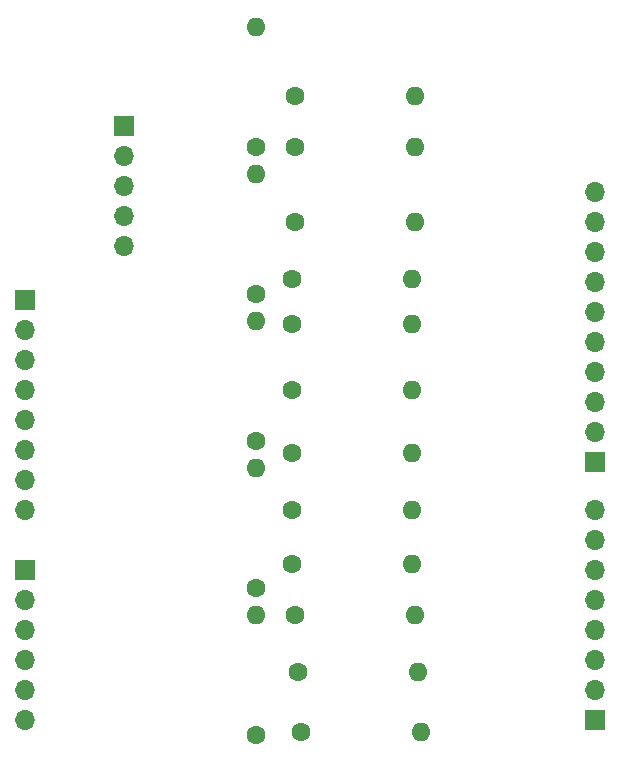
<source format=gbr>
%TF.GenerationSoftware,KiCad,Pcbnew,7.0.8*%
%TF.CreationDate,2023-10-31T15:50:40-07:00*%
%TF.ProjectId,lab 4,6c616220-342e-46b6-9963-61645f706362,rev?*%
%TF.SameCoordinates,Original*%
%TF.FileFunction,Soldermask,Bot*%
%TF.FilePolarity,Negative*%
%FSLAX46Y46*%
G04 Gerber Fmt 4.6, Leading zero omitted, Abs format (unit mm)*
G04 Created by KiCad (PCBNEW 7.0.8) date 2023-10-31 15:50:40*
%MOMM*%
%LPD*%
G01*
G04 APERTURE LIST*
%ADD10C,1.600000*%
%ADD11O,1.600000X1.600000*%
%ADD12R,1.700000X1.700000*%
%ADD13O,1.700000X1.700000*%
G04 APERTURE END LIST*
D10*
%TO.C,R11*%
X149606000Y-60452000D03*
D11*
X159766000Y-60452000D03*
%TD*%
D12*
%TO.C,J3*%
X175260000Y-93980000D03*
D13*
X175260000Y-91440000D03*
X175260000Y-88900000D03*
X175260000Y-86360000D03*
X175260000Y-83820000D03*
X175260000Y-81280000D03*
X175260000Y-78740000D03*
X175260000Y-76200000D03*
%TD*%
D10*
%TO.C,R3*%
X146558000Y-95250000D03*
D11*
X146558000Y-85090000D03*
%TD*%
D12*
%TO.C,J5*%
X135382000Y-43688000D03*
D13*
X135382000Y-46228000D03*
X135382000Y-48768000D03*
X135382000Y-51308000D03*
X135382000Y-53848000D03*
%TD*%
D10*
%TO.C,R13*%
X146558000Y-57912000D03*
D11*
X146558000Y-47752000D03*
%TD*%
D10*
%TO.C,R15*%
X146558000Y-45466000D03*
D11*
X146558000Y-35306000D03*
%TD*%
D10*
%TO.C,R1*%
X150114000Y-89916000D03*
D11*
X160274000Y-89916000D03*
%TD*%
D10*
%TO.C,R10*%
X149606000Y-66040000D03*
D11*
X159766000Y-66040000D03*
%TD*%
D10*
%TO.C,R16*%
X149860000Y-45466000D03*
D11*
X160020000Y-45466000D03*
%TD*%
D10*
%TO.C,R5*%
X146558000Y-82804000D03*
D11*
X146558000Y-72644000D03*
%TD*%
D10*
%TO.C,R8*%
X149606000Y-71374000D03*
D11*
X159766000Y-71374000D03*
%TD*%
D10*
%TO.C,R4*%
X149860000Y-85090000D03*
D11*
X160020000Y-85090000D03*
%TD*%
D10*
%TO.C,R14*%
X149860000Y-51816000D03*
D11*
X160020000Y-51816000D03*
%TD*%
D10*
%TO.C,R12*%
X149606000Y-56642000D03*
D11*
X159766000Y-56642000D03*
%TD*%
D10*
%TO.C,R7*%
X149606000Y-76200000D03*
D11*
X159766000Y-76200000D03*
%TD*%
D10*
%TO.C,R17*%
X149860000Y-41148000D03*
D11*
X160020000Y-41148000D03*
%TD*%
D10*
%TO.C,R9*%
X146558000Y-70358000D03*
D11*
X146558000Y-60198000D03*
%TD*%
D10*
%TO.C,R2*%
X150368000Y-94982000D03*
D11*
X160528000Y-94982000D03*
%TD*%
D10*
%TO.C,R6*%
X149606000Y-80772000D03*
D11*
X159766000Y-80772000D03*
%TD*%
D12*
%TO.C,J4*%
X175260000Y-72136000D03*
D13*
X175260000Y-69596000D03*
X175260000Y-67056000D03*
X175260000Y-64516000D03*
X175260000Y-61976000D03*
X175260000Y-59436000D03*
X175260000Y-56896000D03*
X175260000Y-54356000D03*
X175260000Y-51816000D03*
X175260000Y-49276000D03*
%TD*%
D12*
%TO.C,J2*%
X127000000Y-58420000D03*
D13*
X127000000Y-60960000D03*
X127000000Y-63500000D03*
X127000000Y-66040000D03*
X127000000Y-68580000D03*
X127000000Y-71120000D03*
X127000000Y-73660000D03*
X127000000Y-76200000D03*
%TD*%
D12*
%TO.C,J1*%
X127000000Y-81280000D03*
D13*
X127000000Y-83820000D03*
X127000000Y-86360000D03*
X127000000Y-88900000D03*
X127000000Y-91440000D03*
X127000000Y-93980000D03*
%TD*%
M02*

</source>
